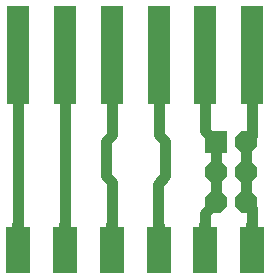
<source format=gbl>
G04 EAGLE Gerber RS-274X export*
G75*
%MOMM*%
%FSLAX34Y34*%
%LPD*%
%INBottom Copper*%
%IPPOS*%
%AMOC8*
5,1,8,0,0,1.08239X$1,22.5*%
G01*
%ADD10R,1.905000X8.255000*%
%ADD11R,2.000000X4.000000*%
%ADD12C,1.108000*%
%ADD13R,1.828800X1.828800*%
%ADD14P,1.979475X8X292.500000*%
%ADD15C,0.900000*%


D10*
X237700Y954540D03*
X198100Y954540D03*
X158500Y954540D03*
X118900Y954540D03*
X79300Y954540D03*
X39700Y954540D03*
D11*
X39700Y790000D03*
X79300Y790000D03*
X118900Y790000D03*
X158500Y790000D03*
X198100Y790000D03*
X237700Y790000D03*
D12*
X39700Y809800D03*
X79300Y809800D03*
X118900Y809800D03*
X158500Y809800D03*
X198100Y809800D03*
X237700Y809800D03*
D13*
X207300Y881400D03*
D14*
X232700Y881400D03*
X207300Y856000D03*
X232700Y856000D03*
X207300Y830600D03*
X232700Y830600D03*
D15*
X237700Y886400D02*
X237700Y954540D01*
X237700Y886400D02*
X232700Y881400D01*
X232700Y856000D02*
X232700Y830600D01*
X232700Y856000D02*
X232700Y881400D01*
X237700Y809800D02*
X237700Y790000D01*
X237700Y825600D01*
X232700Y830600D01*
X198100Y890600D02*
X198100Y954540D01*
X198100Y890600D02*
X207300Y881400D01*
X198100Y821400D02*
X198100Y809800D01*
X198100Y821400D02*
X207300Y830600D01*
X207300Y856000D02*
X207300Y881400D01*
X207300Y856000D02*
X207300Y830600D01*
X198100Y809800D02*
X198100Y790000D01*
X158500Y887500D02*
X158500Y954540D01*
X158500Y887500D02*
X164000Y882000D01*
X164000Y852000D01*
X158000Y846000D01*
X158000Y810300D01*
X158500Y809800D01*
X158500Y790000D01*
X118900Y886900D02*
X118900Y954540D01*
X118900Y886900D02*
X114000Y882000D01*
X114000Y852000D01*
X118900Y847100D02*
X118900Y809800D01*
X118900Y847100D02*
X114000Y852000D01*
X118900Y802900D02*
X118900Y790000D01*
X118900Y802900D02*
X120000Y804000D01*
X120000Y808700D01*
X118900Y809800D01*
X79300Y809800D02*
X79300Y954540D01*
X79300Y809800D02*
X79300Y790000D01*
X39700Y809800D02*
X39700Y954540D01*
X39700Y809800D02*
X39700Y790000D01*
M02*

</source>
